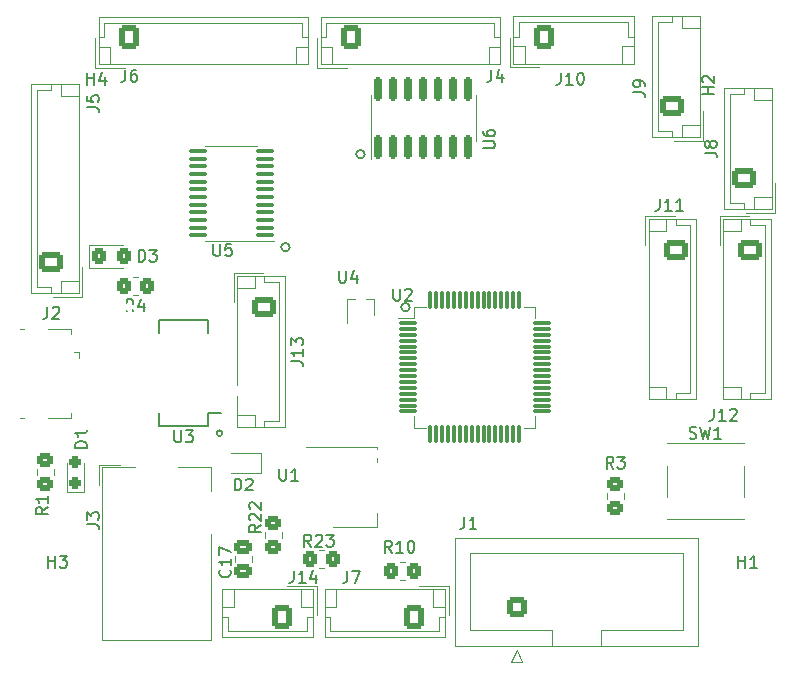
<source format=gto>
%TF.GenerationSoftware,KiCad,Pcbnew,(6.0.1)*%
%TF.CreationDate,2023-10-20T14:42:09-04:00*%
%TF.ProjectId,MainMicro,4d61696e-4d69-4637-926f-2e6b69636164,rev?*%
%TF.SameCoordinates,Original*%
%TF.FileFunction,Legend,Top*%
%TF.FilePolarity,Positive*%
%FSLAX46Y46*%
G04 Gerber Fmt 4.6, Leading zero omitted, Abs format (unit mm)*
G04 Created by KiCad (PCBNEW (6.0.1)) date 2023-10-20 14:42:09*
%MOMM*%
%LPD*%
G01*
G04 APERTURE LIST*
G04 Aperture macros list*
%AMRoundRect*
0 Rectangle with rounded corners*
0 $1 Rounding radius*
0 $2 $3 $4 $5 $6 $7 $8 $9 X,Y pos of 4 corners*
0 Add a 4 corners polygon primitive as box body*
4,1,4,$2,$3,$4,$5,$6,$7,$8,$9,$2,$3,0*
0 Add four circle primitives for the rounded corners*
1,1,$1+$1,$2,$3*
1,1,$1+$1,$4,$5*
1,1,$1+$1,$6,$7*
1,1,$1+$1,$8,$9*
0 Add four rect primitives between the rounded corners*
20,1,$1+$1,$2,$3,$4,$5,0*
20,1,$1+$1,$4,$5,$6,$7,0*
20,1,$1+$1,$6,$7,$8,$9,0*
20,1,$1+$1,$8,$9,$2,$3,0*%
G04 Aperture macros list end*
%ADD10C,0.150000*%
%ADD11C,0.120000*%
%ADD12RoundRect,0.250000X-0.725000X0.600000X-0.725000X-0.600000X0.725000X-0.600000X0.725000X0.600000X0*%
%ADD13O,1.950000X1.700000*%
%ADD14RoundRect,0.237500X0.237500X-0.287500X0.237500X0.287500X-0.237500X0.287500X-0.237500X-0.287500X0*%
%ADD15RoundRect,0.075000X-0.700000X-0.075000X0.700000X-0.075000X0.700000X0.075000X-0.700000X0.075000X0*%
%ADD16RoundRect,0.075000X-0.075000X-0.700000X0.075000X-0.700000X0.075000X0.700000X-0.075000X0.700000X0*%
%ADD17RoundRect,0.250000X-0.450000X0.350000X-0.450000X-0.350000X0.450000X-0.350000X0.450000X0.350000X0*%
%ADD18RoundRect,0.250000X0.725000X-0.600000X0.725000X0.600000X-0.725000X0.600000X-0.725000X-0.600000X0*%
%ADD19R,1.550000X1.300000*%
%ADD20C,2.700000*%
%ADD21R,0.600000X0.450000*%
%ADD22RoundRect,0.250000X-0.600000X-0.725000X0.600000X-0.725000X0.600000X0.725000X-0.600000X0.725000X0*%
%ADD23O,1.700000X1.950000*%
%ADD24RoundRect,0.250000X0.350000X0.450000X-0.350000X0.450000X-0.350000X-0.450000X0.350000X-0.450000X0*%
%ADD25R,2.000000X1.500000*%
%ADD26R,2.000000X3.800000*%
%ADD27RoundRect,0.250000X-0.475000X0.337500X-0.475000X-0.337500X0.475000X-0.337500X0.475000X0.337500X0*%
%ADD28RoundRect,0.250000X-0.350000X-0.450000X0.350000X-0.450000X0.350000X0.450000X-0.350000X0.450000X0*%
%ADD29RoundRect,0.250000X0.600000X0.750000X-0.600000X0.750000X-0.600000X-0.750000X0.600000X-0.750000X0*%
%ADD30O,1.700000X2.000000*%
%ADD31RoundRect,0.250000X0.600000X-0.600000X0.600000X0.600000X-0.600000X0.600000X-0.600000X-0.600000X0*%
%ADD32C,1.700000*%
%ADD33RoundRect,0.250000X0.450000X-0.350000X0.450000X0.350000X-0.450000X0.350000X-0.450000X-0.350000X0*%
%ADD34R,1.350000X0.400000*%
%ADD35R,1.550000X1.500000*%
%ADD36O,1.550000X0.890000*%
%ADD37R,1.550000X1.200000*%
%ADD38O,0.950000X1.250000*%
%ADD39R,2.600000X2.600000*%
%ADD40C,2.600000*%
%ADD41RoundRect,0.100000X0.637500X0.100000X-0.637500X0.100000X-0.637500X-0.100000X0.637500X-0.100000X0*%
%ADD42RoundRect,0.250000X-0.325000X-0.450000X0.325000X-0.450000X0.325000X0.450000X-0.325000X0.450000X0*%
%ADD43RoundRect,0.250000X0.600000X0.725000X-0.600000X0.725000X-0.600000X-0.725000X0.600000X-0.725000X0*%
%ADD44R,0.450000X0.700000*%
%ADD45R,1.200000X0.400000*%
%ADD46RoundRect,0.150000X0.150000X-0.825000X0.150000X0.825000X-0.150000X0.825000X-0.150000X-0.825000X0*%
%ADD47C,0.800000*%
%ADD48C,0.700000*%
G04 APERTURE END LIST*
D10*
X176635210Y-78740000D02*
G75*
G03*
X176635210Y-78740000I-359210J0D01*
G01*
X180445210Y-91694000D02*
G75*
G03*
X180445210Y-91694000I-359210J0D01*
G01*
X170285210Y-86614000D02*
G75*
G03*
X170285210Y-86614000I-359210J0D01*
G01*
X164592000Y-102362000D02*
G75*
G03*
X164592000Y-102362000I-254000J0D01*
G01*
X201628476Y-82510380D02*
X201628476Y-83224666D01*
X201580857Y-83367523D01*
X201485619Y-83462761D01*
X201342761Y-83510380D01*
X201247523Y-83510380D01*
X202628476Y-83510380D02*
X202057047Y-83510380D01*
X202342761Y-83510380D02*
X202342761Y-82510380D01*
X202247523Y-82653238D01*
X202152285Y-82748476D01*
X202057047Y-82796095D01*
X203580857Y-83510380D02*
X203009428Y-83510380D01*
X203295142Y-83510380D02*
X203295142Y-82510380D01*
X203199904Y-82653238D01*
X203104666Y-82748476D01*
X203009428Y-82796095D01*
X153106380Y-103608095D02*
X152106380Y-103608095D01*
X152106380Y-103370000D01*
X152154000Y-103227142D01*
X152249238Y-103131904D01*
X152344476Y-103084285D01*
X152534952Y-103036666D01*
X152677809Y-103036666D01*
X152868285Y-103084285D01*
X152963523Y-103131904D01*
X153058761Y-103227142D01*
X153106380Y-103370000D01*
X153106380Y-103608095D01*
X153106380Y-102084285D02*
X153106380Y-102655714D01*
X153106380Y-102370000D02*
X152106380Y-102370000D01*
X152249238Y-102465238D01*
X152344476Y-102560476D01*
X152392095Y-102655714D01*
X179070095Y-90130380D02*
X179070095Y-90939904D01*
X179117714Y-91035142D01*
X179165333Y-91082761D01*
X179260571Y-91130380D01*
X179451047Y-91130380D01*
X179546285Y-91082761D01*
X179593904Y-91035142D01*
X179641523Y-90939904D01*
X179641523Y-90130380D01*
X180070095Y-90225619D02*
X180117714Y-90178000D01*
X180212952Y-90130380D01*
X180451047Y-90130380D01*
X180546285Y-90178000D01*
X180593904Y-90225619D01*
X180641523Y-90320857D01*
X180641523Y-90416095D01*
X180593904Y-90558952D01*
X180022476Y-91130380D01*
X180641523Y-91130380D01*
X197699333Y-105354380D02*
X197366000Y-104878190D01*
X197127904Y-105354380D02*
X197127904Y-104354380D01*
X197508857Y-104354380D01*
X197604095Y-104402000D01*
X197651714Y-104449619D01*
X197699333Y-104544857D01*
X197699333Y-104687714D01*
X197651714Y-104782952D01*
X197604095Y-104830571D01*
X197508857Y-104878190D01*
X197127904Y-104878190D01*
X198032666Y-104354380D02*
X198651714Y-104354380D01*
X198318380Y-104735333D01*
X198461238Y-104735333D01*
X198556476Y-104782952D01*
X198604095Y-104830571D01*
X198651714Y-104925809D01*
X198651714Y-105163904D01*
X198604095Y-105259142D01*
X198556476Y-105306761D01*
X198461238Y-105354380D01*
X198175523Y-105354380D01*
X198080285Y-105306761D01*
X198032666Y-105259142D01*
X205440380Y-78605333D02*
X206154666Y-78605333D01*
X206297523Y-78652952D01*
X206392761Y-78748190D01*
X206440380Y-78891047D01*
X206440380Y-78986285D01*
X205868952Y-77986285D02*
X205821333Y-78081523D01*
X205773714Y-78129142D01*
X205678476Y-78176761D01*
X205630857Y-78176761D01*
X205535619Y-78129142D01*
X205488000Y-78081523D01*
X205440380Y-77986285D01*
X205440380Y-77795809D01*
X205488000Y-77700571D01*
X205535619Y-77652952D01*
X205630857Y-77605333D01*
X205678476Y-77605333D01*
X205773714Y-77652952D01*
X205821333Y-77700571D01*
X205868952Y-77795809D01*
X205868952Y-77986285D01*
X205916571Y-78081523D01*
X205964190Y-78129142D01*
X206059428Y-78176761D01*
X206249904Y-78176761D01*
X206345142Y-78129142D01*
X206392761Y-78081523D01*
X206440380Y-77986285D01*
X206440380Y-77795809D01*
X206392761Y-77700571D01*
X206345142Y-77652952D01*
X206249904Y-77605333D01*
X206059428Y-77605333D01*
X205964190Y-77652952D01*
X205916571Y-77700571D01*
X205868952Y-77795809D01*
X204152666Y-102780761D02*
X204295523Y-102828380D01*
X204533619Y-102828380D01*
X204628857Y-102780761D01*
X204676476Y-102733142D01*
X204724095Y-102637904D01*
X204724095Y-102542666D01*
X204676476Y-102447428D01*
X204628857Y-102399809D01*
X204533619Y-102352190D01*
X204343142Y-102304571D01*
X204247904Y-102256952D01*
X204200285Y-102209333D01*
X204152666Y-102114095D01*
X204152666Y-102018857D01*
X204200285Y-101923619D01*
X204247904Y-101876000D01*
X204343142Y-101828380D01*
X204581238Y-101828380D01*
X204724095Y-101876000D01*
X205057428Y-101828380D02*
X205295523Y-102828380D01*
X205486000Y-102114095D01*
X205676476Y-102828380D01*
X205914571Y-101828380D01*
X206819333Y-102828380D02*
X206247904Y-102828380D01*
X206533619Y-102828380D02*
X206533619Y-101828380D01*
X206438380Y-101971238D01*
X206343142Y-102066476D01*
X206247904Y-102114095D01*
X206192380Y-73659904D02*
X205192380Y-73659904D01*
X205668571Y-73659904D02*
X205668571Y-73088476D01*
X206192380Y-73088476D02*
X205192380Y-73088476D01*
X205287619Y-72659904D02*
X205240000Y-72612285D01*
X205192380Y-72517047D01*
X205192380Y-72278952D01*
X205240000Y-72183714D01*
X205287619Y-72136095D01*
X205382857Y-72088476D01*
X205478095Y-72088476D01*
X205620952Y-72136095D01*
X206192380Y-72707523D01*
X206192380Y-72088476D01*
X199350380Y-73485333D02*
X200064666Y-73485333D01*
X200207523Y-73532952D01*
X200302761Y-73628190D01*
X200350380Y-73771047D01*
X200350380Y-73866285D01*
X200350380Y-72961523D02*
X200350380Y-72771047D01*
X200302761Y-72675809D01*
X200255142Y-72628190D01*
X200112285Y-72532952D01*
X199921809Y-72485333D01*
X199540857Y-72485333D01*
X199445619Y-72532952D01*
X199398000Y-72580571D01*
X199350380Y-72675809D01*
X199350380Y-72866285D01*
X199398000Y-72961523D01*
X199445619Y-73009142D01*
X199540857Y-73056761D01*
X199778952Y-73056761D01*
X199874190Y-73009142D01*
X199921809Y-72961523D01*
X199969428Y-72866285D01*
X199969428Y-72675809D01*
X199921809Y-72580571D01*
X199874190Y-72532952D01*
X199778952Y-72485333D01*
X165631904Y-107204380D02*
X165631904Y-106204380D01*
X165870000Y-106204380D01*
X166012857Y-106252000D01*
X166108095Y-106347238D01*
X166155714Y-106442476D01*
X166203333Y-106632952D01*
X166203333Y-106775809D01*
X166155714Y-106966285D01*
X166108095Y-107061523D01*
X166012857Y-107156761D01*
X165870000Y-107204380D01*
X165631904Y-107204380D01*
X166584285Y-106299619D02*
X166631904Y-106252000D01*
X166727142Y-106204380D01*
X166965238Y-106204380D01*
X167060476Y-106252000D01*
X167108095Y-106299619D01*
X167155714Y-106394857D01*
X167155714Y-106490095D01*
X167108095Y-106632952D01*
X166536666Y-107204380D01*
X167155714Y-107204380D01*
X193246476Y-71842380D02*
X193246476Y-72556666D01*
X193198857Y-72699523D01*
X193103619Y-72794761D01*
X192960761Y-72842380D01*
X192865523Y-72842380D01*
X194246476Y-72842380D02*
X193675047Y-72842380D01*
X193960761Y-72842380D02*
X193960761Y-71842380D01*
X193865523Y-71985238D01*
X193770285Y-72080476D01*
X193675047Y-72128095D01*
X194865523Y-71842380D02*
X194960761Y-71842380D01*
X195056000Y-71890000D01*
X195103619Y-71937619D01*
X195151238Y-72032857D01*
X195198857Y-72223333D01*
X195198857Y-72461428D01*
X195151238Y-72651904D01*
X195103619Y-72747142D01*
X195056000Y-72794761D01*
X194960761Y-72842380D01*
X194865523Y-72842380D01*
X194770285Y-72794761D01*
X194722666Y-72747142D01*
X194675047Y-72651904D01*
X194627428Y-72461428D01*
X194627428Y-72223333D01*
X194675047Y-72032857D01*
X194722666Y-71937619D01*
X194770285Y-71890000D01*
X194865523Y-71842380D01*
X178935142Y-112466380D02*
X178601809Y-111990190D01*
X178363714Y-112466380D02*
X178363714Y-111466380D01*
X178744666Y-111466380D01*
X178839904Y-111514000D01*
X178887523Y-111561619D01*
X178935142Y-111656857D01*
X178935142Y-111799714D01*
X178887523Y-111894952D01*
X178839904Y-111942571D01*
X178744666Y-111990190D01*
X178363714Y-111990190D01*
X179887523Y-112466380D02*
X179316095Y-112466380D01*
X179601809Y-112466380D02*
X179601809Y-111466380D01*
X179506571Y-111609238D01*
X179411333Y-111704476D01*
X179316095Y-111752095D01*
X180506571Y-111466380D02*
X180601809Y-111466380D01*
X180697047Y-111514000D01*
X180744666Y-111561619D01*
X180792285Y-111656857D01*
X180839904Y-111847333D01*
X180839904Y-112085428D01*
X180792285Y-112275904D01*
X180744666Y-112371142D01*
X180697047Y-112418761D01*
X180601809Y-112466380D01*
X180506571Y-112466380D01*
X180411333Y-112418761D01*
X180363714Y-112371142D01*
X180316095Y-112275904D01*
X180268476Y-112085428D01*
X180268476Y-111847333D01*
X180316095Y-111656857D01*
X180363714Y-111561619D01*
X180411333Y-111514000D01*
X180506571Y-111466380D01*
X157059333Y-92018380D02*
X156726000Y-91542190D01*
X156487904Y-92018380D02*
X156487904Y-91018380D01*
X156868857Y-91018380D01*
X156964095Y-91066000D01*
X157011714Y-91113619D01*
X157059333Y-91208857D01*
X157059333Y-91351714D01*
X157011714Y-91446952D01*
X156964095Y-91494571D01*
X156868857Y-91542190D01*
X156487904Y-91542190D01*
X157916476Y-91351714D02*
X157916476Y-92018380D01*
X157678380Y-90970761D02*
X157440285Y-91685047D01*
X158059333Y-91685047D01*
X170400380Y-96253523D02*
X171114666Y-96253523D01*
X171257523Y-96301142D01*
X171352761Y-96396380D01*
X171400380Y-96539238D01*
X171400380Y-96634476D01*
X171400380Y-95253523D02*
X171400380Y-95824952D01*
X171400380Y-95539238D02*
X170400380Y-95539238D01*
X170543238Y-95634476D01*
X170638476Y-95729714D01*
X170686095Y-95824952D01*
X170400380Y-94920190D02*
X170400380Y-94301142D01*
X170781333Y-94634476D01*
X170781333Y-94491619D01*
X170828952Y-94396380D01*
X170876571Y-94348761D01*
X170971809Y-94301142D01*
X171209904Y-94301142D01*
X171305142Y-94348761D01*
X171352761Y-94396380D01*
X171400380Y-94491619D01*
X171400380Y-94777333D01*
X171352761Y-94872571D01*
X171305142Y-94920190D01*
X169418095Y-105370380D02*
X169418095Y-106179904D01*
X169465714Y-106275142D01*
X169513333Y-106322761D01*
X169608571Y-106370380D01*
X169799047Y-106370380D01*
X169894285Y-106322761D01*
X169941904Y-106275142D01*
X169989523Y-106179904D01*
X169989523Y-105370380D01*
X170989523Y-106370380D02*
X170418095Y-106370380D01*
X170703809Y-106370380D02*
X170703809Y-105370380D01*
X170608571Y-105513238D01*
X170513333Y-105608476D01*
X170418095Y-105656095D01*
X165203142Y-113926857D02*
X165250761Y-113974476D01*
X165298380Y-114117333D01*
X165298380Y-114212571D01*
X165250761Y-114355428D01*
X165155523Y-114450666D01*
X165060285Y-114498285D01*
X164869809Y-114545904D01*
X164726952Y-114545904D01*
X164536476Y-114498285D01*
X164441238Y-114450666D01*
X164346000Y-114355428D01*
X164298380Y-114212571D01*
X164298380Y-114117333D01*
X164346000Y-113974476D01*
X164393619Y-113926857D01*
X165298380Y-112974476D02*
X165298380Y-113545904D01*
X165298380Y-113260190D02*
X164298380Y-113260190D01*
X164441238Y-113355428D01*
X164536476Y-113450666D01*
X164584095Y-113545904D01*
X164298380Y-112641142D02*
X164298380Y-111974476D01*
X165298380Y-112403047D01*
X156384666Y-71588380D02*
X156384666Y-72302666D01*
X156337047Y-72445523D01*
X156241809Y-72540761D01*
X156098952Y-72588380D01*
X156003714Y-72588380D01*
X157289428Y-71588380D02*
X157098952Y-71588380D01*
X157003714Y-71636000D01*
X156956095Y-71683619D01*
X156860857Y-71826476D01*
X156813238Y-72016952D01*
X156813238Y-72397904D01*
X156860857Y-72493142D01*
X156908476Y-72540761D01*
X157003714Y-72588380D01*
X157194190Y-72588380D01*
X157289428Y-72540761D01*
X157337047Y-72493142D01*
X157384666Y-72397904D01*
X157384666Y-72159809D01*
X157337047Y-72064571D01*
X157289428Y-72016952D01*
X157194190Y-71969333D01*
X157003714Y-71969333D01*
X156908476Y-72016952D01*
X156860857Y-72064571D01*
X156813238Y-72159809D01*
X172104078Y-111958380D02*
X171770745Y-111482190D01*
X171532650Y-111958380D02*
X171532650Y-110958380D01*
X171913602Y-110958380D01*
X172008840Y-111006000D01*
X172056459Y-111053619D01*
X172104078Y-111148857D01*
X172104078Y-111291714D01*
X172056459Y-111386952D01*
X172008840Y-111434571D01*
X171913602Y-111482190D01*
X171532650Y-111482190D01*
X172485031Y-111053619D02*
X172532650Y-111006000D01*
X172627888Y-110958380D01*
X172865983Y-110958380D01*
X172961221Y-111006000D01*
X173008840Y-111053619D01*
X173056459Y-111148857D01*
X173056459Y-111244095D01*
X173008840Y-111386952D01*
X172437412Y-111958380D01*
X173056459Y-111958380D01*
X173389793Y-110958380D02*
X174008840Y-110958380D01*
X173675507Y-111339333D01*
X173818364Y-111339333D01*
X173913602Y-111386952D01*
X173961221Y-111434571D01*
X174008840Y-111529809D01*
X174008840Y-111767904D01*
X173961221Y-111863142D01*
X173913602Y-111910761D01*
X173818364Y-111958380D01*
X173532650Y-111958380D01*
X173437412Y-111910761D01*
X173389793Y-111863142D01*
X170640476Y-114006380D02*
X170640476Y-114720666D01*
X170592857Y-114863523D01*
X170497619Y-114958761D01*
X170354761Y-115006380D01*
X170259523Y-115006380D01*
X171640476Y-115006380D02*
X171069047Y-115006380D01*
X171354761Y-115006380D02*
X171354761Y-114006380D01*
X171259523Y-114149238D01*
X171164285Y-114244476D01*
X171069047Y-114292095D01*
X172497619Y-114339714D02*
X172497619Y-115006380D01*
X172259523Y-113958761D02*
X172021428Y-114673047D01*
X172640476Y-114673047D01*
X149860095Y-113736380D02*
X149860095Y-112736380D01*
X149860095Y-113212571D02*
X150431523Y-113212571D01*
X150431523Y-113736380D02*
X150431523Y-112736380D01*
X150812476Y-112736380D02*
X151431523Y-112736380D01*
X151098190Y-113117333D01*
X151241047Y-113117333D01*
X151336285Y-113164952D01*
X151383904Y-113212571D01*
X151431523Y-113307809D01*
X151431523Y-113545904D01*
X151383904Y-113641142D01*
X151336285Y-113688761D01*
X151241047Y-113736380D01*
X150955333Y-113736380D01*
X150860095Y-113688761D01*
X150812476Y-113641142D01*
X187372666Y-71588380D02*
X187372666Y-72302666D01*
X187325047Y-72445523D01*
X187229809Y-72540761D01*
X187086952Y-72588380D01*
X186991714Y-72588380D01*
X188277428Y-71921714D02*
X188277428Y-72588380D01*
X188039333Y-71540761D02*
X187801238Y-72255047D01*
X188420285Y-72255047D01*
X185086666Y-109434380D02*
X185086666Y-110148666D01*
X185039047Y-110291523D01*
X184943809Y-110386761D01*
X184800952Y-110434380D01*
X184705714Y-110434380D01*
X186086666Y-110434380D02*
X185515238Y-110434380D01*
X185800952Y-110434380D02*
X185800952Y-109434380D01*
X185705714Y-109577238D01*
X185610476Y-109672476D01*
X185515238Y-109720095D01*
X149804380Y-108624666D02*
X149328190Y-108958000D01*
X149804380Y-109196095D02*
X148804380Y-109196095D01*
X148804380Y-108815142D01*
X148852000Y-108719904D01*
X148899619Y-108672285D01*
X148994857Y-108624666D01*
X149137714Y-108624666D01*
X149232952Y-108672285D01*
X149280571Y-108719904D01*
X149328190Y-108815142D01*
X149328190Y-109196095D01*
X149804380Y-107672285D02*
X149804380Y-108243714D01*
X149804380Y-107958000D02*
X148804380Y-107958000D01*
X148947238Y-108053238D01*
X149042476Y-108148476D01*
X149090095Y-108243714D01*
X167838380Y-110116857D02*
X167362190Y-110450190D01*
X167838380Y-110688285D02*
X166838380Y-110688285D01*
X166838380Y-110307333D01*
X166886000Y-110212095D01*
X166933619Y-110164476D01*
X167028857Y-110116857D01*
X167171714Y-110116857D01*
X167266952Y-110164476D01*
X167314571Y-110212095D01*
X167362190Y-110307333D01*
X167362190Y-110688285D01*
X166933619Y-109735904D02*
X166886000Y-109688285D01*
X166838380Y-109593047D01*
X166838380Y-109354952D01*
X166886000Y-109259714D01*
X166933619Y-109212095D01*
X167028857Y-109164476D01*
X167124095Y-109164476D01*
X167266952Y-109212095D01*
X167838380Y-109783523D01*
X167838380Y-109164476D01*
X166933619Y-108783523D02*
X166886000Y-108735904D01*
X166838380Y-108640666D01*
X166838380Y-108402571D01*
X166886000Y-108307333D01*
X166933619Y-108259714D01*
X167028857Y-108212095D01*
X167124095Y-108212095D01*
X167266952Y-108259714D01*
X167838380Y-108831142D01*
X167838380Y-108212095D01*
X149780666Y-91654380D02*
X149780666Y-92368666D01*
X149733047Y-92511523D01*
X149637809Y-92606761D01*
X149494952Y-92654380D01*
X149399714Y-92654380D01*
X150209238Y-91749619D02*
X150256857Y-91702000D01*
X150352095Y-91654380D01*
X150590190Y-91654380D01*
X150685428Y-91702000D01*
X150733047Y-91749619D01*
X150780666Y-91844857D01*
X150780666Y-91940095D01*
X150733047Y-92082952D01*
X150161619Y-92654380D01*
X150780666Y-92654380D01*
X206200476Y-100290380D02*
X206200476Y-101004666D01*
X206152857Y-101147523D01*
X206057619Y-101242761D01*
X205914761Y-101290380D01*
X205819523Y-101290380D01*
X207200476Y-101290380D02*
X206629047Y-101290380D01*
X206914761Y-101290380D02*
X206914761Y-100290380D01*
X206819523Y-100433238D01*
X206724285Y-100528476D01*
X206629047Y-100576095D01*
X207581428Y-100385619D02*
X207629047Y-100338000D01*
X207724285Y-100290380D01*
X207962380Y-100290380D01*
X208057619Y-100338000D01*
X208105238Y-100385619D01*
X208152857Y-100480857D01*
X208152857Y-100576095D01*
X208105238Y-100718952D01*
X207533809Y-101290380D01*
X208152857Y-101290380D01*
X153122380Y-110061333D02*
X153836666Y-110061333D01*
X153979523Y-110108952D01*
X154074761Y-110204190D01*
X154122380Y-110347047D01*
X154122380Y-110442285D01*
X153122380Y-109680380D02*
X153122380Y-109061333D01*
X153503333Y-109394666D01*
X153503333Y-109251809D01*
X153550952Y-109156571D01*
X153598571Y-109108952D01*
X153693809Y-109061333D01*
X153931904Y-109061333D01*
X154027142Y-109108952D01*
X154074761Y-109156571D01*
X154122380Y-109251809D01*
X154122380Y-109537523D01*
X154074761Y-109632761D01*
X154027142Y-109680380D01*
X163830095Y-86344380D02*
X163830095Y-87153904D01*
X163877714Y-87249142D01*
X163925333Y-87296761D01*
X164020571Y-87344380D01*
X164211047Y-87344380D01*
X164306285Y-87296761D01*
X164353904Y-87249142D01*
X164401523Y-87153904D01*
X164401523Y-86344380D01*
X165353904Y-86344380D02*
X164877714Y-86344380D01*
X164830095Y-86820571D01*
X164877714Y-86772952D01*
X164972952Y-86725333D01*
X165211047Y-86725333D01*
X165306285Y-86772952D01*
X165353904Y-86820571D01*
X165401523Y-86915809D01*
X165401523Y-87153904D01*
X165353904Y-87249142D01*
X165306285Y-87296761D01*
X165211047Y-87344380D01*
X164972952Y-87344380D01*
X164877714Y-87296761D01*
X164830095Y-87249142D01*
X157503904Y-87828380D02*
X157503904Y-86828380D01*
X157742000Y-86828380D01*
X157884857Y-86876000D01*
X157980095Y-86971238D01*
X158027714Y-87066476D01*
X158075333Y-87256952D01*
X158075333Y-87399809D01*
X158027714Y-87590285D01*
X157980095Y-87685523D01*
X157884857Y-87780761D01*
X157742000Y-87828380D01*
X157503904Y-87828380D01*
X158408666Y-86828380D02*
X159027714Y-86828380D01*
X158694380Y-87209333D01*
X158837238Y-87209333D01*
X158932476Y-87256952D01*
X158980095Y-87304571D01*
X159027714Y-87399809D01*
X159027714Y-87637904D01*
X158980095Y-87733142D01*
X158932476Y-87780761D01*
X158837238Y-87828380D01*
X158551523Y-87828380D01*
X158456285Y-87780761D01*
X158408666Y-87733142D01*
X175180666Y-114052380D02*
X175180666Y-114766666D01*
X175133047Y-114909523D01*
X175037809Y-115004761D01*
X174894952Y-115052380D01*
X174799714Y-115052380D01*
X175561619Y-114052380D02*
X176228285Y-114052380D01*
X175799714Y-115052380D01*
X174476595Y-88606380D02*
X174476595Y-89415904D01*
X174524214Y-89511142D01*
X174571833Y-89558761D01*
X174667071Y-89606380D01*
X174857547Y-89606380D01*
X174952785Y-89558761D01*
X175000404Y-89511142D01*
X175048023Y-89415904D01*
X175048023Y-88606380D01*
X175952785Y-88939714D02*
X175952785Y-89606380D01*
X175714690Y-88558761D02*
X175476595Y-89273047D01*
X176095642Y-89273047D01*
X208280095Y-113736380D02*
X208280095Y-112736380D01*
X208280095Y-113212571D02*
X208851523Y-113212571D01*
X208851523Y-113736380D02*
X208851523Y-112736380D01*
X209851523Y-113736380D02*
X209280095Y-113736380D01*
X209565809Y-113736380D02*
X209565809Y-112736380D01*
X209470571Y-112879238D01*
X209375333Y-112974476D01*
X209280095Y-113022095D01*
X153122380Y-74755333D02*
X153836666Y-74755333D01*
X153979523Y-74802952D01*
X154074761Y-74898190D01*
X154122380Y-75041047D01*
X154122380Y-75136285D01*
X153122380Y-73802952D02*
X153122380Y-74279142D01*
X153598571Y-74326761D01*
X153550952Y-74279142D01*
X153503333Y-74183904D01*
X153503333Y-73945809D01*
X153550952Y-73850571D01*
X153598571Y-73802952D01*
X153693809Y-73755333D01*
X153931904Y-73755333D01*
X154027142Y-73802952D01*
X154074761Y-73850571D01*
X154122380Y-73945809D01*
X154122380Y-74183904D01*
X154074761Y-74279142D01*
X154027142Y-74326761D01*
X160528095Y-102134380D02*
X160528095Y-102943904D01*
X160575714Y-103039142D01*
X160623333Y-103086761D01*
X160718571Y-103134380D01*
X160909047Y-103134380D01*
X161004285Y-103086761D01*
X161051904Y-103039142D01*
X161099523Y-102943904D01*
X161099523Y-102134380D01*
X161480476Y-102134380D02*
X162099523Y-102134380D01*
X161766190Y-102515333D01*
X161909047Y-102515333D01*
X162004285Y-102562952D01*
X162051904Y-102610571D01*
X162099523Y-102705809D01*
X162099523Y-102943904D01*
X162051904Y-103039142D01*
X162004285Y-103086761D01*
X161909047Y-103134380D01*
X161623333Y-103134380D01*
X161528095Y-103086761D01*
X161480476Y-103039142D01*
X153162095Y-72842380D02*
X153162095Y-71842380D01*
X153162095Y-72318571D02*
X153733523Y-72318571D01*
X153733523Y-72842380D02*
X153733523Y-71842380D01*
X154638285Y-72175714D02*
X154638285Y-72842380D01*
X154400190Y-71794761D02*
X154162095Y-72509047D01*
X154781142Y-72509047D01*
X186650380Y-78231904D02*
X187459904Y-78231904D01*
X187555142Y-78184285D01*
X187602761Y-78136666D01*
X187650380Y-78041428D01*
X187650380Y-77850952D01*
X187602761Y-77755714D01*
X187555142Y-77708095D01*
X187459904Y-77660476D01*
X186650380Y-77660476D01*
X186650380Y-76755714D02*
X186650380Y-76946190D01*
X186698000Y-77041428D01*
X186745619Y-77089047D01*
X186888476Y-77184285D01*
X187078952Y-77231904D01*
X187459904Y-77231904D01*
X187555142Y-77184285D01*
X187602761Y-77136666D01*
X187650380Y-77041428D01*
X187650380Y-76850952D01*
X187602761Y-76755714D01*
X187555142Y-76708095D01*
X187459904Y-76660476D01*
X187221809Y-76660476D01*
X187126571Y-76708095D01*
X187078952Y-76755714D01*
X187031333Y-76850952D01*
X187031333Y-77041428D01*
X187078952Y-77136666D01*
X187126571Y-77184285D01*
X187221809Y-77231904D01*
D11*
X202882000Y-83958000D02*
X200382000Y-83958000D01*
X204202000Y-98978000D02*
X202992000Y-98978000D01*
X204702000Y-84258000D02*
X200682000Y-84258000D01*
X202992000Y-84258000D02*
X202992000Y-84758000D01*
X200682000Y-84258000D02*
X200682000Y-99478000D01*
X202182000Y-99478000D02*
X202182000Y-98478000D01*
X200682000Y-99478000D02*
X204702000Y-99478000D01*
X204202000Y-84758000D02*
X204202000Y-98978000D01*
X202182000Y-98478000D02*
X200682000Y-98478000D01*
X202992000Y-98978000D02*
X202992000Y-99478000D01*
X204702000Y-99478000D02*
X204702000Y-84258000D01*
X202992000Y-84758000D02*
X204202000Y-84758000D01*
X202182000Y-85258000D02*
X200682000Y-85258000D01*
X202182000Y-84258000D02*
X202182000Y-85258000D01*
X200382000Y-83958000D02*
X200382000Y-86458000D01*
X152881000Y-107324000D02*
X152881000Y-104864000D01*
X151411000Y-104864000D02*
X151411000Y-107324000D01*
X151411000Y-107324000D02*
X152881000Y-107324000D01*
X180839500Y-92614000D02*
X179499500Y-92614000D01*
X190109500Y-91664000D02*
X191059500Y-91664000D01*
X181789500Y-91664000D02*
X180839500Y-91664000D01*
X180839500Y-91664000D02*
X180839500Y-92614000D01*
X190109500Y-101884000D02*
X191059500Y-101884000D01*
X191059500Y-91664000D02*
X191059500Y-92614000D01*
X180839500Y-101884000D02*
X180839500Y-100934000D01*
X181789500Y-101884000D02*
X180839500Y-101884000D01*
X191059500Y-101884000D02*
X191059500Y-100934000D01*
X198601000Y-107468936D02*
X198601000Y-107923064D01*
X197131000Y-107468936D02*
X197131000Y-107923064D01*
X209598000Y-74162000D02*
X211098000Y-74162000D01*
X208788000Y-82882000D02*
X207578000Y-82882000D01*
X209598000Y-82382000D02*
X211098000Y-82382000D01*
X208788000Y-73662000D02*
X208788000Y-73162000D01*
X207578000Y-73662000D02*
X208788000Y-73662000D01*
X207578000Y-82882000D02*
X207578000Y-73662000D01*
X211098000Y-73162000D02*
X207078000Y-73162000D01*
X211098000Y-83382000D02*
X211098000Y-73162000D01*
X208788000Y-83382000D02*
X208788000Y-82882000D01*
X209598000Y-83382000D02*
X209598000Y-82382000D01*
X209598000Y-73162000D02*
X209598000Y-74162000D01*
X208898000Y-83682000D02*
X211398000Y-83682000D01*
X207078000Y-83382000D02*
X211098000Y-83382000D01*
X207078000Y-73162000D02*
X207078000Y-83382000D01*
X211398000Y-83682000D02*
X211398000Y-81182000D01*
X202256000Y-109656000D02*
X202256000Y-109626000D01*
X202256000Y-105126000D02*
X202256000Y-107726000D01*
X202256000Y-103226000D02*
X202256000Y-103196000D01*
X208716000Y-105126000D02*
X208716000Y-107726000D01*
X208716000Y-103196000D02*
X208716000Y-103226000D01*
X202256000Y-109656000D02*
X208716000Y-109656000D01*
X208716000Y-109656000D02*
X208716000Y-109626000D01*
X202256000Y-103196000D02*
X208716000Y-103196000D01*
X201482000Y-67566000D02*
X202692000Y-67566000D01*
X202692000Y-76786000D02*
X201482000Y-76786000D01*
X202692000Y-77286000D02*
X202692000Y-76786000D01*
X205002000Y-77286000D02*
X205002000Y-67066000D01*
X203502000Y-76286000D02*
X205002000Y-76286000D01*
X201482000Y-76786000D02*
X201482000Y-67566000D01*
X202692000Y-67566000D02*
X202692000Y-67066000D01*
X205302000Y-77586000D02*
X205302000Y-75086000D01*
X203502000Y-67066000D02*
X203502000Y-68066000D01*
X203502000Y-77286000D02*
X203502000Y-76286000D01*
X200982000Y-77286000D02*
X205002000Y-77286000D01*
X205002000Y-67066000D02*
X200982000Y-67066000D01*
X203502000Y-68066000D02*
X205002000Y-68066000D01*
X200982000Y-67066000D02*
X200982000Y-77286000D01*
X202802000Y-77586000D02*
X205302000Y-77586000D01*
X167870000Y-104052000D02*
X165320000Y-104052000D01*
X167870000Y-105752000D02*
X167870000Y-104052000D01*
X167870000Y-105752000D02*
X165320000Y-105752000D01*
X199420000Y-71098000D02*
X199420000Y-67078000D01*
X199420000Y-67078000D02*
X189200000Y-67078000D01*
X189200000Y-68788000D02*
X189700000Y-68788000D01*
X189700000Y-67578000D02*
X198920000Y-67578000D01*
X189200000Y-67078000D02*
X189200000Y-71098000D01*
X190200000Y-69598000D02*
X190200000Y-71098000D01*
X189200000Y-69598000D02*
X190200000Y-69598000D01*
X198420000Y-69598000D02*
X198420000Y-71098000D01*
X188900000Y-71398000D02*
X191400000Y-71398000D01*
X188900000Y-68898000D02*
X188900000Y-71398000D01*
X198920000Y-67578000D02*
X198920000Y-68788000D01*
X189700000Y-68788000D02*
X189700000Y-67578000D01*
X199420000Y-69598000D02*
X198420000Y-69598000D01*
X189200000Y-71098000D02*
X199420000Y-71098000D01*
X198920000Y-68788000D02*
X199420000Y-68788000D01*
X180059064Y-114781000D02*
X179604936Y-114781000D01*
X180059064Y-113311000D02*
X179604936Y-113311000D01*
X157453064Y-89181000D02*
X156998936Y-89181000D01*
X157453064Y-90651000D02*
X156998936Y-90651000D01*
X167338000Y-101804000D02*
X167338000Y-100804000D01*
X165838000Y-101804000D02*
X169858000Y-101804000D01*
X168148000Y-89084000D02*
X168148000Y-89584000D01*
X167338000Y-89084000D02*
X167338000Y-90084000D01*
X168148000Y-101304000D02*
X168148000Y-101804000D01*
X168038000Y-88784000D02*
X165538000Y-88784000D01*
X167338000Y-100804000D02*
X165838000Y-100804000D01*
X168148000Y-89584000D02*
X169358000Y-89584000D01*
X169858000Y-89084000D02*
X165838000Y-89084000D01*
X169858000Y-101804000D02*
X169858000Y-89084000D01*
X169358000Y-89584000D02*
X169358000Y-101304000D01*
X165538000Y-88784000D02*
X165538000Y-91284000D01*
X169358000Y-101304000D02*
X168148000Y-101304000D01*
X165838000Y-89084000D02*
X165838000Y-101804000D01*
X167338000Y-90084000D02*
X165838000Y-90084000D01*
X177678000Y-110344000D02*
X177678000Y-109084000D01*
X171668000Y-103524000D02*
X177678000Y-103524000D01*
X177678000Y-103524000D02*
X177678000Y-104784000D01*
X173918000Y-110344000D02*
X177678000Y-110344000D01*
X165635000Y-112768748D02*
X165635000Y-113291252D01*
X167105000Y-112768748D02*
X167105000Y-113291252D01*
X154608000Y-68834000D02*
X154608000Y-67624000D01*
X155108000Y-69644000D02*
X155108000Y-71144000D01*
X171828000Y-67124000D02*
X154108000Y-67124000D01*
X154608000Y-67624000D02*
X171328000Y-67624000D01*
X154108000Y-67124000D02*
X154108000Y-71144000D01*
X170828000Y-69644000D02*
X170828000Y-71144000D01*
X171828000Y-69644000D02*
X170828000Y-69644000D01*
X154108000Y-69644000D02*
X155108000Y-69644000D01*
X171828000Y-71144000D02*
X171828000Y-67124000D01*
X154108000Y-71144000D02*
X171828000Y-71144000D01*
X153808000Y-71444000D02*
X156308000Y-71444000D01*
X154108000Y-68834000D02*
X154608000Y-68834000D01*
X153808000Y-68944000D02*
X153808000Y-71444000D01*
X171328000Y-67624000D02*
X171328000Y-68834000D01*
X171328000Y-68834000D02*
X171828000Y-68834000D01*
X172746936Y-113765000D02*
X173201064Y-113765000D01*
X172746936Y-112295000D02*
X173201064Y-112295000D01*
X165042000Y-119112000D02*
X165042000Y-117902000D01*
X172262000Y-119612000D02*
X172262000Y-115592000D01*
X172262000Y-117902000D02*
X171762000Y-117902000D01*
X172262000Y-115592000D02*
X164542000Y-115592000D01*
X171262000Y-117092000D02*
X171262000Y-115592000D01*
X164542000Y-115592000D02*
X164542000Y-119612000D01*
X165542000Y-117092000D02*
X165542000Y-115592000D01*
X164542000Y-117092000D02*
X165542000Y-117092000D01*
X171762000Y-119112000D02*
X165042000Y-119112000D01*
X172562000Y-115292000D02*
X170062000Y-115292000D01*
X165042000Y-117902000D02*
X164542000Y-117902000D01*
X172562000Y-117792000D02*
X172562000Y-115292000D01*
X164542000Y-119612000D02*
X172262000Y-119612000D01*
X172262000Y-117092000D02*
X171262000Y-117092000D01*
X171762000Y-117902000D02*
X171762000Y-119112000D01*
X172604000Y-68944000D02*
X172604000Y-71444000D01*
X188124000Y-71144000D02*
X188124000Y-67124000D01*
X172904000Y-67124000D02*
X172904000Y-71144000D01*
X173404000Y-67624000D02*
X187624000Y-67624000D01*
X188124000Y-69644000D02*
X187124000Y-69644000D01*
X187624000Y-68834000D02*
X188124000Y-68834000D01*
X187624000Y-67624000D02*
X187624000Y-68834000D01*
X173404000Y-68834000D02*
X173404000Y-67624000D01*
X173904000Y-69644000D02*
X173904000Y-71144000D01*
X187124000Y-69644000D02*
X187124000Y-71144000D01*
X172904000Y-71144000D02*
X188124000Y-71144000D01*
X172904000Y-68834000D02*
X173404000Y-68834000D01*
X172604000Y-71444000D02*
X175104000Y-71444000D01*
X172904000Y-69644000D02*
X173904000Y-69644000D01*
X188124000Y-67124000D02*
X172904000Y-67124000D01*
X185585000Y-119045000D02*
X185585000Y-112545000D01*
X196625000Y-119045000D02*
X196625000Y-120355000D01*
X188995000Y-121745000D02*
X189995000Y-121745000D01*
X204865000Y-120355000D02*
X184285000Y-120355000D01*
X204865000Y-111235000D02*
X204865000Y-120355000D01*
X192525000Y-120355000D02*
X192525000Y-119045000D01*
X196625000Y-119045000D02*
X196625000Y-119045000D01*
X203565000Y-112545000D02*
X203565000Y-119045000D01*
X184285000Y-120355000D02*
X184285000Y-111235000D01*
X192525000Y-119045000D02*
X185585000Y-119045000D01*
X189995000Y-121745000D02*
X189495000Y-120745000D01*
X185585000Y-112545000D02*
X203565000Y-112545000D01*
X203565000Y-119045000D02*
X196625000Y-119045000D01*
X189495000Y-120745000D02*
X188995000Y-121745000D01*
X184285000Y-111235000D02*
X204865000Y-111235000D01*
X148871000Y-105891064D02*
X148871000Y-105436936D01*
X150341000Y-105891064D02*
X150341000Y-105436936D01*
X169645000Y-110770936D02*
X169645000Y-111225064D01*
X168175000Y-110770936D02*
X168175000Y-111225064D01*
X152004000Y-95522000D02*
X152454000Y-95522000D01*
X152454000Y-95972000D02*
X152454000Y-95522000D01*
X147824000Y-101042000D02*
X147424000Y-101042000D01*
X151774000Y-93522000D02*
X151774000Y-93942000D01*
X149794000Y-101042000D02*
X151774000Y-101042000D01*
X149794000Y-93522000D02*
X151774000Y-93522000D01*
X147424000Y-93522000D02*
X147824000Y-93522000D01*
X151774000Y-101042000D02*
X151774000Y-100622000D01*
X210506000Y-98978000D02*
X209296000Y-98978000D01*
X209296000Y-84258000D02*
X209296000Y-84758000D01*
X209296000Y-98978000D02*
X209296000Y-99478000D01*
X206986000Y-84258000D02*
X206986000Y-99478000D01*
X208486000Y-84258000D02*
X208486000Y-85258000D01*
X208486000Y-85258000D02*
X206986000Y-85258000D01*
X206686000Y-83958000D02*
X206686000Y-86458000D01*
X208486000Y-99478000D02*
X208486000Y-98478000D01*
X206986000Y-99478000D02*
X211006000Y-99478000D01*
X211006000Y-99478000D02*
X211006000Y-84258000D01*
X209296000Y-84758000D02*
X210506000Y-84758000D01*
X211006000Y-84258000D02*
X206986000Y-84258000D01*
X208486000Y-98478000D02*
X206986000Y-98478000D01*
X209186000Y-83958000D02*
X206686000Y-83958000D01*
X210506000Y-84758000D02*
X210506000Y-98978000D01*
X160816000Y-105268000D02*
X163616000Y-105268000D01*
X154416000Y-105268000D02*
X157216000Y-105268000D01*
X154416000Y-119868000D02*
X154416000Y-105268000D01*
X154176000Y-105028000D02*
X155916000Y-105028000D01*
X163616000Y-119868000D02*
X154416000Y-119868000D01*
X163616000Y-110868000D02*
X163616000Y-119868000D01*
X163616000Y-105268000D02*
X163616000Y-107268000D01*
X154176000Y-106768000D02*
X154176000Y-105028000D01*
X165354000Y-78007000D02*
X163154000Y-78007000D01*
X165354000Y-86077000D02*
X163154000Y-86077000D01*
X165354000Y-86077000D02*
X168954000Y-86077000D01*
X165354000Y-78007000D02*
X167554000Y-78007000D01*
X153334000Y-86416000D02*
X153334000Y-88336000D01*
X156194000Y-86416000D02*
X153334000Y-86416000D01*
X153334000Y-88336000D02*
X156194000Y-88336000D01*
X182958000Y-117902000D02*
X182958000Y-119112000D01*
X183758000Y-117792000D02*
X183758000Y-115292000D01*
X173238000Y-117092000D02*
X174238000Y-117092000D01*
X183458000Y-119612000D02*
X183458000Y-115592000D01*
X174238000Y-117092000D02*
X174238000Y-115592000D01*
X173738000Y-117902000D02*
X173238000Y-117902000D01*
X173238000Y-115592000D02*
X173238000Y-119612000D01*
X182958000Y-119112000D02*
X173738000Y-119112000D01*
X183458000Y-117092000D02*
X182458000Y-117092000D01*
X173238000Y-119612000D02*
X183458000Y-119612000D01*
X183458000Y-117902000D02*
X182958000Y-117902000D01*
X182458000Y-117092000D02*
X182458000Y-115592000D01*
X173738000Y-119112000D02*
X173738000Y-117902000D01*
X183758000Y-115292000D02*
X181258000Y-115292000D01*
X183458000Y-115592000D02*
X173238000Y-115592000D01*
X175116000Y-90964000D02*
X175776000Y-90964000D01*
X176776000Y-90964000D02*
X177436000Y-90964000D01*
X177436000Y-92374000D02*
X177436000Y-90964000D01*
X175116000Y-90964000D02*
X175116000Y-92994000D01*
X152724000Y-90794000D02*
X152724000Y-88294000D01*
X150114000Y-73274000D02*
X150114000Y-72774000D01*
X150114000Y-89994000D02*
X148904000Y-89994000D01*
X150924000Y-90494000D02*
X150924000Y-89494000D01*
X152424000Y-72774000D02*
X148404000Y-72774000D01*
X148404000Y-90494000D02*
X152424000Y-90494000D01*
X148404000Y-72774000D02*
X148404000Y-90494000D01*
X150924000Y-73774000D02*
X152424000Y-73774000D01*
X152424000Y-90494000D02*
X152424000Y-72774000D01*
X150924000Y-89494000D02*
X152424000Y-89494000D01*
X150224000Y-90794000D02*
X152724000Y-90794000D01*
X148904000Y-89994000D02*
X148904000Y-73274000D01*
X150114000Y-90494000D02*
X150114000Y-89994000D01*
X148904000Y-73274000D02*
X150114000Y-73274000D01*
X150924000Y-72774000D02*
X150924000Y-73774000D01*
D10*
X159215000Y-101757000D02*
X159215000Y-100647000D01*
X159215000Y-92807000D02*
X159215000Y-93917000D01*
X163365000Y-92807000D02*
X159215000Y-92807000D01*
X163365000Y-101757000D02*
X159215000Y-101757000D01*
X163365000Y-100647000D02*
X164490000Y-100647000D01*
X163365000Y-100647000D02*
X163365000Y-101757000D01*
X163365000Y-92807000D02*
X163365000Y-93917000D01*
D11*
X177175000Y-75692000D02*
X177175000Y-73742000D01*
X177175000Y-75692000D02*
X177175000Y-79142000D01*
X186045000Y-75692000D02*
X186045000Y-77642000D01*
X186045000Y-75692000D02*
X186045000Y-73742000D01*
%LPC*%
D12*
X202992000Y-86868000D03*
D13*
X202992000Y-89368000D03*
X202992000Y-91868000D03*
X202992000Y-94368000D03*
X202992000Y-96868000D03*
D14*
X152146000Y-106539000D03*
X152146000Y-104789000D03*
D15*
X180274500Y-93024000D03*
X180274500Y-93524000D03*
X180274500Y-94024000D03*
X180274500Y-94524000D03*
X180274500Y-95024000D03*
X180274500Y-95524000D03*
X180274500Y-96024000D03*
X180274500Y-96524000D03*
X180274500Y-97024000D03*
X180274500Y-97524000D03*
X180274500Y-98024000D03*
X180274500Y-98524000D03*
X180274500Y-99024000D03*
X180274500Y-99524000D03*
X180274500Y-100024000D03*
X180274500Y-100524000D03*
D16*
X182199500Y-102449000D03*
X182699500Y-102449000D03*
X183199500Y-102449000D03*
X183699500Y-102449000D03*
X184199500Y-102449000D03*
X184699500Y-102449000D03*
X185199500Y-102449000D03*
X185699500Y-102449000D03*
X186199500Y-102449000D03*
X186699500Y-102449000D03*
X187199500Y-102449000D03*
X187699500Y-102449000D03*
X188199500Y-102449000D03*
X188699500Y-102449000D03*
X189199500Y-102449000D03*
X189699500Y-102449000D03*
D15*
X191624500Y-100524000D03*
X191624500Y-100024000D03*
X191624500Y-99524000D03*
X191624500Y-99024000D03*
X191624500Y-98524000D03*
X191624500Y-98024000D03*
X191624500Y-97524000D03*
X191624500Y-97024000D03*
X191624500Y-96524000D03*
X191624500Y-96024000D03*
X191624500Y-95524000D03*
X191624500Y-95024000D03*
X191624500Y-94524000D03*
X191624500Y-94024000D03*
X191624500Y-93524000D03*
X191624500Y-93024000D03*
D16*
X189699500Y-91099000D03*
X189199500Y-91099000D03*
X188699500Y-91099000D03*
X188199500Y-91099000D03*
X187699500Y-91099000D03*
X187199500Y-91099000D03*
X186699500Y-91099000D03*
X186199500Y-91099000D03*
X185699500Y-91099000D03*
X185199500Y-91099000D03*
X184699500Y-91099000D03*
X184199500Y-91099000D03*
X183699500Y-91099000D03*
X183199500Y-91099000D03*
X182699500Y-91099000D03*
X182199500Y-91099000D03*
D17*
X197866000Y-106696000D03*
X197866000Y-108696000D03*
D18*
X208788000Y-80772000D03*
D13*
X208788000Y-78272000D03*
X208788000Y-75772000D03*
D19*
X209466000Y-104176000D03*
X201506000Y-104176000D03*
X201506000Y-108676000D03*
X209466000Y-108676000D03*
D20*
X208788000Y-69342000D03*
D18*
X202692000Y-74676000D03*
D13*
X202692000Y-72176000D03*
X202692000Y-69676000D03*
D21*
X167420000Y-104902000D03*
X165320000Y-104902000D03*
D22*
X191810000Y-68788000D03*
D23*
X194310000Y-68788000D03*
X196810000Y-68788000D03*
D24*
X180832000Y-114046000D03*
X178832000Y-114046000D03*
X158226000Y-89916000D03*
X156226000Y-89916000D03*
D12*
X168148000Y-91694000D03*
D13*
X168148000Y-94194000D03*
X168148000Y-96694000D03*
X168148000Y-99194000D03*
D25*
X172618000Y-104634000D03*
D26*
X178918000Y-106934000D03*
D25*
X172618000Y-106934000D03*
X172618000Y-109234000D03*
D27*
X166370000Y-111992500D03*
X166370000Y-114067500D03*
D22*
X156718000Y-68834000D03*
D23*
X159218000Y-68834000D03*
X161718000Y-68834000D03*
X164218000Y-68834000D03*
X166718000Y-68834000D03*
X169218000Y-68834000D03*
D28*
X171974000Y-113030000D03*
X173974000Y-113030000D03*
D29*
X169652000Y-117902000D03*
D30*
X167152000Y-117902000D03*
D20*
X150622000Y-117348000D03*
D22*
X175514000Y-68834000D03*
D23*
X178014000Y-68834000D03*
X180514000Y-68834000D03*
X183014000Y-68834000D03*
X185514000Y-68834000D03*
D31*
X189495000Y-117065000D03*
D32*
X189495000Y-114525000D03*
X192035000Y-117065000D03*
X192035000Y-114525000D03*
X194575000Y-117065000D03*
X194575000Y-114525000D03*
X197115000Y-117065000D03*
X197115000Y-114525000D03*
X199655000Y-117065000D03*
X199655000Y-114525000D03*
D33*
X149606000Y-106664000D03*
X149606000Y-104664000D03*
D17*
X168910000Y-109998000D03*
X168910000Y-111998000D03*
D34*
X151514000Y-95982000D03*
X151514000Y-96632000D03*
X151514000Y-97282000D03*
X151514000Y-97932000D03*
X151514000Y-98582000D03*
D35*
X148814000Y-98282000D03*
D36*
X148814000Y-100782000D03*
D37*
X148814000Y-94382000D03*
X148814000Y-100182000D03*
D38*
X151514000Y-94782000D03*
D36*
X148814000Y-93782000D03*
D38*
X151514000Y-99782000D03*
D35*
X148814000Y-96282000D03*
D12*
X209296000Y-86868000D03*
D13*
X209296000Y-89368000D03*
X209296000Y-91868000D03*
X209296000Y-94368000D03*
X209296000Y-96868000D03*
D39*
X159016000Y-106068000D03*
D40*
X159016000Y-112068000D03*
X163716000Y-109068000D03*
D41*
X168216500Y-85617000D03*
X168216500Y-84967000D03*
X168216500Y-84317000D03*
X168216500Y-83667000D03*
X168216500Y-83017000D03*
X168216500Y-82367000D03*
X168216500Y-81717000D03*
X168216500Y-81067000D03*
X168216500Y-80417000D03*
X168216500Y-79767000D03*
X168216500Y-79117000D03*
X168216500Y-78467000D03*
X162491500Y-78467000D03*
X162491500Y-79117000D03*
X162491500Y-79767000D03*
X162491500Y-80417000D03*
X162491500Y-81067000D03*
X162491500Y-81717000D03*
X162491500Y-82367000D03*
X162491500Y-83017000D03*
X162491500Y-83667000D03*
X162491500Y-84317000D03*
X162491500Y-84967000D03*
X162491500Y-85617000D03*
D42*
X154169000Y-87376000D03*
X156219000Y-87376000D03*
D43*
X180848000Y-117902000D03*
D23*
X178348000Y-117902000D03*
X175848000Y-117902000D03*
D44*
X175626000Y-92694000D03*
X176926000Y-92694000D03*
X176276000Y-90694000D03*
D20*
X209042000Y-117348000D03*
D18*
X150114000Y-87884000D03*
D13*
X150114000Y-85384000D03*
X150114000Y-82884000D03*
X150114000Y-80384000D03*
X150114000Y-77884000D03*
X150114000Y-75384000D03*
D45*
X163890000Y-100139500D03*
X163890000Y-99504500D03*
X163890000Y-98869500D03*
X163890000Y-98234500D03*
X163890000Y-97599500D03*
X163890000Y-96964500D03*
X163890000Y-96329500D03*
X163890000Y-95694500D03*
X163890000Y-95059500D03*
X163890000Y-94424500D03*
X158690000Y-94424500D03*
X158690000Y-95059500D03*
X158690000Y-95694500D03*
X158690000Y-96329500D03*
X158690000Y-96964500D03*
X158690000Y-97599500D03*
X158690000Y-98234500D03*
X158690000Y-98869500D03*
X158690000Y-99504500D03*
X158690000Y-100139500D03*
D20*
X150368000Y-69088000D03*
D46*
X177800000Y-78167000D03*
X179070000Y-78167000D03*
X180340000Y-78167000D03*
X181610000Y-78167000D03*
X182880000Y-78167000D03*
X184150000Y-78167000D03*
X185420000Y-78167000D03*
X185420000Y-73217000D03*
X184150000Y-73217000D03*
X182880000Y-73217000D03*
X181610000Y-73217000D03*
X180340000Y-73217000D03*
X179070000Y-73217000D03*
X177800000Y-73217000D03*
D47*
X174349023Y-90826977D03*
X174498000Y-92710000D03*
D48*
X163830000Y-84328000D03*
X160274000Y-85598000D03*
D47*
X178308000Y-74676000D03*
D48*
X160274000Y-88367000D03*
D47*
X168148000Y-106680000D03*
X172974000Y-72136000D03*
X153416000Y-102616000D03*
X160549977Y-96795977D03*
D48*
X166624000Y-77724000D03*
X181864000Y-88646000D03*
D47*
X151130000Y-102870000D03*
X184150000Y-76454000D03*
D48*
X182139500Y-98044000D03*
X166370000Y-79756000D03*
X169926000Y-80367500D03*
D47*
X189738000Y-110744000D03*
D48*
X154178000Y-89916000D03*
D47*
X196088000Y-110744000D03*
D48*
X182393500Y-100838000D03*
D47*
X209550000Y-101600000D03*
D48*
X160528000Y-78486000D03*
D47*
X181864000Y-76454000D03*
X168402000Y-114046000D03*
D48*
X188650000Y-100825000D03*
X174752000Y-104140000D03*
D47*
X199644000Y-102616000D03*
D48*
X168910000Y-76962000D03*
X190013500Y-93980000D03*
D47*
X178816000Y-110744000D03*
D48*
X183409500Y-100838000D03*
X193802000Y-89154000D03*
X156718000Y-91694000D03*
X177800000Y-104140000D03*
X181356000Y-106934000D03*
D47*
X179070000Y-76454000D03*
X177800000Y-80264000D03*
D48*
X181356000Y-89662000D03*
X162052000Y-88646000D03*
X190013500Y-100838000D03*
X190013500Y-92710000D03*
X166370000Y-85344000D03*
D47*
X187198000Y-79502000D03*
D48*
X197612000Y-89154000D03*
D47*
X170942000Y-111252000D03*
D48*
X182139500Y-92964000D03*
X155194000Y-100330000D03*
X166325000Y-86825000D03*
X181610000Y-109728000D03*
X178054000Y-96012000D03*
D47*
X199608000Y-108676000D03*
D48*
X173228000Y-88646000D03*
X182175000Y-99075000D03*
D47*
X156972000Y-98806000D03*
X160528000Y-98806000D03*
D48*
X193802000Y-93980000D03*
X194818000Y-99314000D03*
X193548000Y-103378000D03*
X192278000Y-89408000D03*
D47*
X184404000Y-82008971D03*
D48*
X184658000Y-85090000D03*
D47*
X185674000Y-75438000D03*
D48*
X186944000Y-85852000D03*
D47*
X186690000Y-81280000D03*
D48*
X192786000Y-82804000D03*
X190500000Y-85090000D03*
X189878378Y-84187622D03*
X191375622Y-82690378D03*
X181356000Y-83058000D03*
X182118000Y-85666500D03*
X190246000Y-82550000D03*
X189116378Y-83457971D03*
X179832000Y-85666500D03*
X176276000Y-80772000D03*
X183134000Y-86614000D03*
X174519500Y-99822000D03*
D47*
X165862000Y-98806000D03*
D48*
X177292000Y-99822000D03*
X176022000Y-101092000D03*
X177800000Y-100723500D03*
D47*
X173228000Y-97282000D03*
D48*
X158496000Y-85344000D03*
D47*
X155863312Y-98136688D03*
X156210000Y-95758000D03*
X154686000Y-98298000D03*
X156210000Y-94488000D03*
D48*
X196850000Y-98552000D03*
X201930000Y-101092000D03*
X182626000Y-113538000D03*
X193548000Y-97282000D03*
X188976000Y-87630000D03*
X188214000Y-86614000D03*
X187452000Y-87630000D03*
X158496000Y-83058000D03*
X157734000Y-81788000D03*
X159258000Y-76454000D03*
X161544000Y-76454000D03*
X162560000Y-77216000D03*
X183388000Y-106896500D03*
X184404000Y-106896500D03*
X185303503Y-106896500D03*
X186595128Y-106801628D03*
X187960000Y-106426000D03*
X188722000Y-105918000D03*
X189484000Y-105156000D03*
X190246000Y-104140000D03*
D47*
X189484000Y-74676000D03*
X175514000Y-75946000D03*
X185674000Y-82008971D03*
D48*
X185928000Y-85789500D03*
D47*
X169672000Y-113792000D03*
X175768000Y-112776000D03*
D48*
X182372000Y-106896500D03*
M02*

</source>
